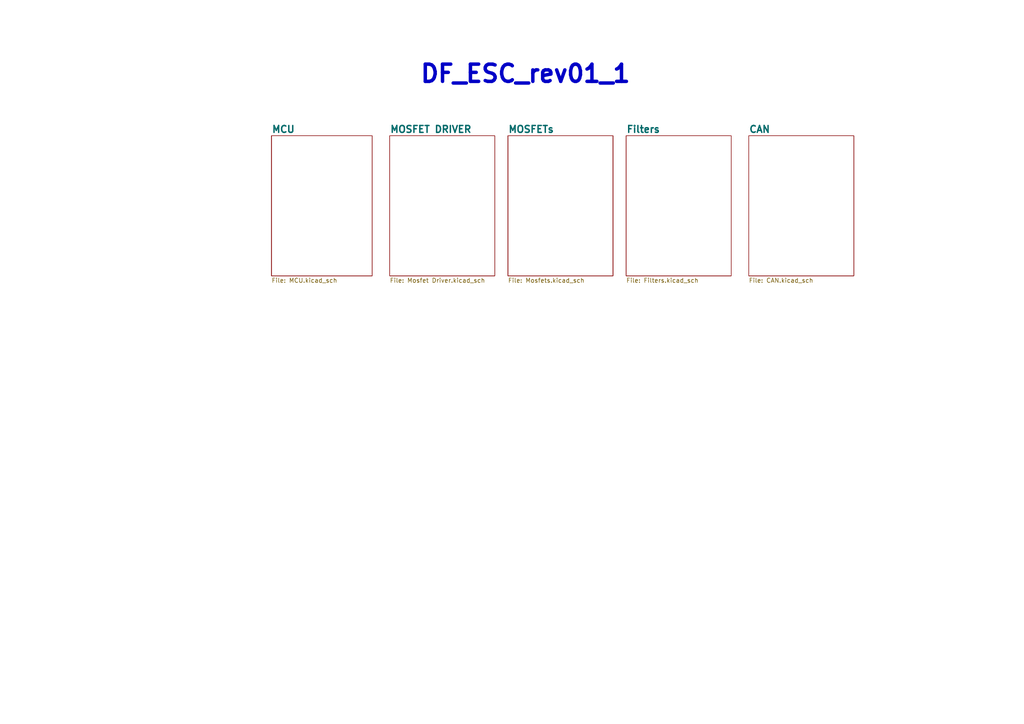
<source format=kicad_sch>
(kicad_sch
	(version 20231120)
	(generator "eeschema")
	(generator_version "8.0")
	(uuid "8ed38441-7d4e-4e89-870f-07e11c6dce38")
	(paper "A4")
	(title_block
		(title "Reference PCB Template")
		(date "2024-11-07")
		(rev "1.0")
		(company "RK Design")
	)
	(lib_symbols)
	(text "DF_ESC_rev01_1\n"
		(exclude_from_sim no)
		(at 152.4 21.59 0)
		(effects
			(font
				(size 5 5)
				(thickness 1)
				(bold yes)
			)
		)
		(uuid "e6acaaa8-8ac8-4c9a-8b24-1ce3681af9eb")
	)
	(sheet
		(at 78.74 39.37)
		(size 29.21 40.64)
		(fields_autoplaced yes)
		(stroke
			(width 0.1524)
			(type solid)
		)
		(fill
			(color 0 0 0 0.0000)
		)
		(uuid "16faed82-55cc-4ae9-9b9b-c350fce14c7f")
		(property "Sheetname" "MCU"
			(at 78.74 38.6584 0)
			(effects
				(font
					(size 2 2)
					(bold yes)
				)
				(justify left bottom)
			)
		)
		(property "Sheetfile" "MCU.kicad_sch"
			(at 78.74 80.5946 0)
			(effects
				(font
					(size 1.27 1.27)
				)
				(justify left top)
			)
		)
		(instances
			(project "Example Project Complex"
				(path "/8ed38441-7d4e-4e89-870f-07e11c6dce38"
					(page "2")
				)
			)
		)
	)
	(sheet
		(at 147.32 39.37)
		(size 30.48 40.64)
		(fields_autoplaced yes)
		(stroke
			(width 0.1524)
			(type solid)
		)
		(fill
			(color 0 0 0 0.0000)
		)
		(uuid "30754da3-3fef-43a8-8fa0-1814f6a7792c")
		(property "Sheetname" "MOSFETs"
			(at 147.32 38.6584 0)
			(effects
				(font
					(size 2 2)
					(bold yes)
				)
				(justify left bottom)
			)
		)
		(property "Sheetfile" "Mosfets.kicad_sch"
			(at 147.32 80.5946 0)
			(effects
				(font
					(size 1.27 1.27)
				)
				(justify left top)
			)
		)
		(instances
			(project "Example Project Complex"
				(path "/8ed38441-7d4e-4e89-870f-07e11c6dce38"
					(page "4")
				)
			)
		)
	)
	(sheet
		(at 181.61 39.37)
		(size 30.48 40.64)
		(fields_autoplaced yes)
		(stroke
			(width 0.1524)
			(type solid)
		)
		(fill
			(color 0 0 0 0.0000)
		)
		(uuid "a842a86a-6a5b-4ef7-ae67-dd5ab23cccea")
		(property "Sheetname" "Filters"
			(at 181.61 38.6584 0)
			(effects
				(font
					(size 2 2)
					(bold yes)
				)
				(justify left bottom)
			)
		)
		(property "Sheetfile" "Filters.kicad_sch"
			(at 181.61 80.5946 0)
			(effects
				(font
					(size 1.27 1.27)
				)
				(justify left top)
			)
		)
		(instances
			(project "Example Project Complex"
				(path "/8ed38441-7d4e-4e89-870f-07e11c6dce38"
					(page "5")
				)
			)
		)
	)
	(sheet
		(at 113.03 39.37)
		(size 30.48 40.64)
		(fields_autoplaced yes)
		(stroke
			(width 0.1524)
			(type solid)
		)
		(fill
			(color 0 0 0 0.0000)
		)
		(uuid "e65fe3ef-20a3-4f05-b7b9-5f148f4423b0")
		(property "Sheetname" "MOSFET DRIVER"
			(at 113.03 38.6584 0)
			(effects
				(font
					(size 2 2)
					(bold yes)
				)
				(justify left bottom)
			)
		)
		(property "Sheetfile" "Mosfet Driver.kicad_sch"
			(at 113.03 80.5946 0)
			(effects
				(font
					(size 1.27 1.27)
				)
				(justify left top)
			)
		)
		(instances
			(project "Example Project Complex"
				(path "/8ed38441-7d4e-4e89-870f-07e11c6dce38"
					(page "3")
				)
			)
		)
	)
	(sheet
		(at 217.17 39.37)
		(size 30.48 40.64)
		(fields_autoplaced yes)
		(stroke
			(width 0.1524)
			(type solid)
		)
		(fill
			(color 0 0 0 0.0000)
		)
		(uuid "faaf759a-2833-41d5-949b-3db3d7208d3b")
		(property "Sheetname" "CAN"
			(at 217.17 38.6584 0)
			(effects
				(font
					(size 2 2)
					(bold yes)
				)
				(justify left bottom)
			)
		)
		(property "Sheetfile" "CAN.kicad_sch"
			(at 217.17 80.5946 0)
			(effects
				(font
					(size 1.27 1.27)
				)
				(justify left top)
			)
		)
		(instances
			(project "Example Project Complex"
				(path "/8ed38441-7d4e-4e89-870f-07e11c6dce38"
					(page "6")
				)
			)
		)
	)
	(sheet_instances
		(path "/"
			(page "1")
		)
	)
)

</source>
